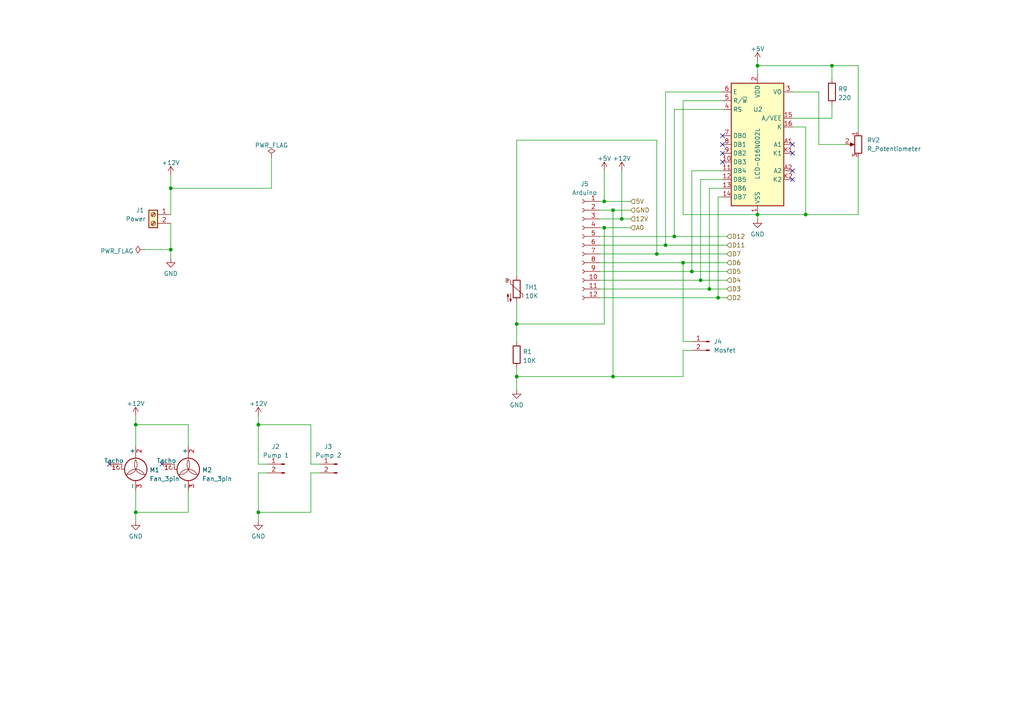
<source format=kicad_sch>
(kicad_sch (version 20250114) (generator "eeschema") (generator_version "9.0")
  (paper "A4")
  (title_block (title "Atmospheric Water Generator") (date "2022-10-13") (rev "1"))
  (lib_symbols
    (symbol "Connector:Conn_01x02_Male" (pin_names (offset 1.016) (hide yes))
      (property "Reference" "J" (at 0 2.54 0))
      (property "Value" "Conn_01x02_Male" (at 0 -5.08 0))
      (symbol "Conn_01x02_Male_1_1"
        (rectangle (start 0.8636 0.127) (end 0 -0.127) (stroke (width 0.1524)) (fill (type outline)))
        (rectangle (start 0.8636 -2.413) (end 0 -2.667) (stroke (width 0.1524)) (fill (type outline)))
        (polyline (pts (xy 1.27 0) (xy 0.8636 0)) (stroke (width 0.1524)))
        (polyline (pts (xy 1.27 -2.54) (xy 0.8636 -2.54)) (stroke (width 0.1524)))
        (pin passive line (at 5.08 0 180) (length 3.81) (name "Pin_1") (number "1"))
        (pin passive line (at 5.08 -2.54 180) (length 3.81) (name "Pin_2") (number "2"))
      )
    )
    (symbol "Connector:Conn_01x12_Female" (pin_names (offset 1.016) (hide yes))
      (property "Reference" "J" (at 0 15.24 0))
      (property "Value" "Conn_01x12_Female" (at 0 -17.78 0))
      (symbol "Conn_01x12_Female_1_1"
        (polyline (pts (xy -1.27 12.7) (xy -0.508 12.7)) (stroke (width 0.1524)))
        (polyline (pts (xy -1.27 10.16) (xy -0.508 10.16)) (stroke (width 0.1524)))
        (polyline (pts (xy -1.27 7.62) (xy -0.508 7.62)) (stroke (width 0.1524)))
        (polyline (pts (xy -1.27 5.08) (xy -0.508 5.08)) (stroke (width 0.1524)))
        (polyline (pts (xy -1.27 2.54) (xy -0.508 2.54)) (stroke (width 0.1524)))
        (polyline (pts (xy -1.27 0) (xy -0.508 0)) (stroke (width 0.1524)))
        (polyline (pts (xy -1.27 -2.54) (xy -0.508 -2.54)) (stroke (width 0.1524)))
        (polyline (pts (xy -1.27 -5.08) (xy -0.508 -5.08)) (stroke (width 0.1524)))
        (polyline (pts (xy -1.27 -7.62) (xy -0.508 -7.62)) (stroke (width 0.1524)))
        (polyline (pts (xy -1.27 -10.16) (xy -0.508 -10.16)) (stroke (width 0.1524)))
        (polyline (pts (xy -1.27 -12.7) (xy -0.508 -12.7)) (stroke (width 0.1524)))
        (polyline (pts (xy -1.27 -15.24) (xy -0.508 -15.24)) (stroke (width 0.1524)))
        (arc (start 0 12.192) (mid -0.5058 12.7) (end 0 13.208) (stroke (width 0.1524)))
        (arc (start 0 9.652) (mid -0.5058 10.16) (end 0 10.668) (stroke (width 0.1524)))
        (arc (start 0 7.112) (mid -0.5058 7.62) (end 0 8.128) (stroke (width 0.1524)))
        (arc (start 0 4.572) (mid -0.5058 5.08) (end 0 5.588) (stroke (width 0.1524)))
        (arc (start 0 2.032) (mid -0.5058 2.54) (end 0 3.048) (stroke (width 0.1524)))
        (arc (start 0 -0.508) (mid -0.5058 0) (end 0 0.508) (stroke (width 0.1524)))
        (arc (start 0 -3.048) (mid -0.5058 -2.54) (end 0 -2.032) (stroke (width 0.1524)))
        (arc (start 0 -5.588) (mid -0.5058 -5.08) (end 0 -4.572) (stroke (width 0.1524)))
        (arc (start 0 -8.128) (mid -0.5058 -7.62) (end 0 -7.112) (stroke (width 0.1524)))
        (arc (start 0 -10.668) (mid -0.5058 -10.16) (end 0 -9.652) (stroke (width 0.1524)))
        (arc (start 0 -13.208) (mid -0.5058 -12.7) (end 0 -12.192) (stroke (width 0.1524)))
        (arc (start 0 -15.748) (mid -0.5058 -15.24) (end 0 -14.732) (stroke (width 0.1524)))
        (pin passive line (at -5.08 12.7 0) (length 3.81) (name "Pin_1") (number "1"))
        (pin passive line (at -5.08 10.16 0) (length 3.81) (name "Pin_2") (number "2"))
        (pin passive line (at -5.08 7.62 0) (length 3.81) (name "Pin_3") (number "3"))
        (pin passive line (at -5.08 5.08 0) (length 3.81) (name "Pin_4") (number "4"))
        (pin passive line (at -5.08 2.54 0) (length 3.81) (name "Pin_5") (number "5"))
        (pin passive line (at -5.08 0 0) (length 3.81) (name "Pin_6") (number "6"))
        (pin passive line (at -5.08 -2.54 0) (length 3.81) (name "Pin_7") (number "7"))
        (pin passive line (at -5.08 -5.08 0) (length 3.81) (name "Pin_8") (number "8"))
        (pin passive line (at -5.08 -7.62 0) (length 3.81) (name "Pin_9") (number "9"))
        (pin passive line (at -5.08 -10.16 0) (length 3.81) (name "Pin_10") (number "10"))
        (pin passive line (at -5.08 -12.7 0) (length 3.81) (name "Pin_11") (number "11"))
        (pin passive line (at -5.08 -15.24 0) (length 3.81) (name "Pin_12") (number "12"))
      )
    )
    (symbol "Connector:Screw_Terminal_01x02" (pin_names (offset 1.016) (hide yes))
      (property "Reference" "J" (at 0 2.54 0))
      (property "Value" "Screw_Terminal_01x02" (at 0 -5.08 0))
      (symbol "Screw_Terminal_01x02_1_1"
        (rectangle (start -1.27 1.27) (end 1.27 -3.81) (stroke (width 0.254)) (fill (type background)))
        (polyline (pts (xy -0.5334 0.3302) (xy 0.3302 -0.508)) (stroke (width 0.1524)))
        (polyline (pts (xy -0.5334 -2.2098) (xy 0.3302 -3.048)) (stroke (width 0.1524)))
        (polyline (pts (xy -0.3556 0.508) (xy 0.508 -0.3302)) (stroke (width 0.1524)))
        (polyline (pts (xy -0.3556 -2.032) (xy 0.508 -2.8702)) (stroke (width 0.1524)))
        (circle (center 0 0) (radius 0.635) (stroke (width 0.1524)))
        (circle (center 0 -2.54) (radius 0.635) (stroke (width 0.1524)))
        (pin passive line (at -5.08 0 0) (length 3.81) (name "Pin_1") (number "1"))
        (pin passive line (at -5.08 -2.54 0) (length 3.81) (name "Pin_2") (number "2"))
      )
    )
    (symbol "Device:R" (pin_numbers (hide yes)) (pin_names (offset 0))
      (property "Reference" "R" (at 2.032 0 90))
      (property "Value" "R" (at 0 0 90))
      (symbol "R_0_1"
        (rectangle (start -1.016 -2.54) (end 1.016 2.54) (stroke (width 0.254)))
      )
      (symbol "R_1_1"
        (pin passive line (at 0 3.81 270) (length 1.27) (name "~") (number "1"))
        (pin passive line (at 0 -3.81 90) (length 1.27) (name "~") (number "2"))
      )
    )
    (symbol "Device:R_Potentiometer" (pin_names (offset 1.016) (hide yes))
      (property "Reference" "RV" (at -4.445 0 90))
      (property "Value" "R_Potentiometer" (at -2.54 0 90))
      (symbol "R_Potentiometer_0_1"
        (rectangle (start 1.016 2.54) (end -1.016 -2.54) (stroke (width 0.254)))
        (polyline (pts (xy 1.143 0) (xy 2.286 0.508) (xy 2.286 -0.508) (xy 1.143 0)) (fill (type outline)))
        (polyline (pts (xy 2.54 0) (xy 1.524 0)))
      )
      (symbol "R_Potentiometer_1_1"
        (pin passive line (at 0 3.81 270) (length 1.27) (name "1") (number "1"))
        (pin passive line (at 0 -3.81 90) (length 1.27) (name "3") (number "3"))
        (pin passive line (at 3.81 0 180) (length 1.27) (name "2") (number "2"))
      )
    )
    (symbol "Device:Thermistor_NTC" (pin_numbers (hide yes)) (pin_names (offset 0))
      (property "Reference" "TH" (at -4.445 0 90))
      (property "Value" "Thermistor_NTC" (at 3.175 0 90))
      (symbol "Thermistor_NTC_0_1"
        (arc (start -3.175 2.413) (mid -3.0506 2.3165) (end -3.048 2.159))
        (arc (start -3.048 2.794) (mid -2.9736 2.9736) (end -2.794 3.048))
        (arc (start -2.794 3.048) (mid -2.6144 2.9736) (end -2.54 2.794))
        (arc (start -2.794 2.54) (mid -2.9736 2.6144) (end -3.048 2.794))
        (arc (start -2.794 1.905) (mid -2.9736 1.9794) (end -3.048 2.159))
        (arc (start -2.54 2.159) (mid -2.6144 1.9794) (end -2.794 1.905))
        (arc (start -2.159 2.794) (mid -2.434 2.5608) (end -2.794 2.54))
        (polyline (pts (xy -2.54 2.159) (xy -2.54 2.794)))
        (polyline (pts (xy -2.54 -3.683) (xy -2.54 -1.397) (xy -2.794 -2.159) (xy -2.286 -2.159) (xy -2.54 -1.397) (xy -2.54 -1.651)) (fill (type outline)))
        (polyline (pts (xy -1.778 2.54) (xy -1.778 1.524) (xy 1.778 -1.524) (xy 1.778 -2.54)))
        (polyline (pts (xy -1.778 -1.397) (xy -1.778 -3.683) (xy -2.032 -2.921) (xy -1.524 -2.921) (xy -1.778 -3.683) (xy -1.778 -3.429)) (fill (type outline)))
        (rectangle (start -1.016 2.54) (end 1.016 -2.54) (stroke (width 0.254)))
      )
      (symbol "Thermistor_NTC_1_1"
        (pin passive line (at 0 3.81 270) (length 1.27) (name "~") (number "1"))
        (pin passive line (at 0 -3.81 90) (length 1.27) (name "~") (number "2"))
      )
    )
    (symbol "Display_Character:LCD-016N002L"
      (property "Reference" "U" (at -6.35 18.796 0))
      (property "Value" "LCD-016N002L" (at 8.636 18.796 0))
      (symbol "LCD-016N002L_1_1"
        (rectangle (start -7.62 17.78) (end 7.62 -17.78) (stroke (width 0.254)) (fill (type background)))
        (pin input line (at -10.16 15.24 0) (length 2.54) (name "E") (number "6"))
        (pin input line (at -10.16 12.7 0) (length 2.54) (name "R/~{W}") (number "5"))
        (pin input line (at -10.16 10.16 0) (length 2.54) (name "RS") (number "4"))
        (pin bidirectional line (at -10.16 2.54 0) (length 2.54) (name "DB0") (number "7"))
        (pin bidirectional line (at -10.16 0 0) (length 2.54) (name "DB1") (number "8"))
        (pin bidirectional line (at -10.16 -2.54 0) (length 2.54) (name "DB2") (number "9"))
        (pin bidirectional line (at -10.16 -5.08 0) (length 2.54) (name "DB3") (number "10"))
        (pin bidirectional line (at -10.16 -7.62 0) (length 2.54) (name "DB4") (number "11"))
        (pin bidirectional line (at -10.16 -10.16 0) (length 2.54) (name "DB5") (number "12"))
        (pin bidirectional line (at -10.16 -12.7 0) (length 2.54) (name "DB6") (number "13"))
        (pin bidirectional line (at -10.16 -15.24 0) (length 2.54) (name "DB7") (number "14"))
        (pin power_in line (at 0 20.32 270) (length 2.54) (name "VDD") (number "2"))
        (pin power_in line (at 0 -20.32 90) (length 2.54) (name "VSS") (number "1"))
        (pin input line (at 10.16 15.24 180) (length 2.54) (name "VO") (number "3"))
        (pin power_in line (at 10.16 7.62 180) (length 2.54) (name "A/VEE") (number "15"))
        (pin power_in line (at 10.16 5.08 180) (length 2.54) (name "K") (number "16"))
        (pin power_in line (at 10.16 0 180) (length 2.54) (name "A1") (number "A1"))
        (pin power_in line (at 10.16 -2.54 180) (length 2.54) (name "K1") (number "K1"))
        (pin power_in line (at 10.16 -7.62 180) (length 2.54) (name "A2") (number "A2"))
        (pin power_in line (at 10.16 -10.16 180) (length 2.54) (name "K2") (number "K2"))
      )
    )
    (symbol "Motor:Fan_3pin" (pin_names (offset 0))
      (property "Reference" "M" (at 2.54 2.54 0))
      (property "Value" "Fan_3pin" (at 2.54 -5.08 0))
      (symbol "Fan_3pin_0_0"
        (polyline (pts (xy -5.08 -0.508) (xy -5.334 -0.381)))
        (polyline (pts (xy -5.08 -0.508) (xy -5.207 -0.762)))
        (arc (start -4.572 -1.016) (mid -5.08 -1.5217) (end -5.588 -1.016))
        (arc (start -5.588 -1.016) (mid -5.4392 -0.6568) (end -5.08 -0.508))
        (polyline (pts (xy -4.064 0) (xy -4.064 -1.524) (xy -3.302 -1.524)))
      )
      (symbol "Fan_3pin_0_1"
        (polyline (pts (xy -4.064 0) (xy -5.08 0)))
        (arc (start 0 1.27) (mid -0.0015 -1.6352) (end -2.54 -3.048))
        (polyline (pts (xy 0 2.032) (xy 0 2.54)))
        (polyline (pts (xy 0 1.7272) (xy 0 2.0828)))
        (circle (center 0 -1.524) (radius 3.2512) (stroke (width 0.254)))
        (arc (start -2.54 -3.048) (mid 0 -1.4782) (end 2.54 -3.048))
        (polyline (pts (xy 0 -4.7752) (xy 0 -5.1816)))
        (polyline (pts (xy 0 -7.62) (xy 0 -7.112)))
        (arc (start 2.54 -3.048) (mid 0.047 -1.6085) (end 0 1.27))
      )
      (symbol "Fan_3pin_1_1"
        (pin passive line (at -7.62 0 0) (length 2.54) (name "Tacho") (number "1"))
        (pin passive line (at 0 5.08 270) (length 2.54) (name "+") (number "2"))
        (pin passive line (at 0 -7.62 90) (length 2.54) (name "-") (number "3"))
      )
    )
    (symbol "power:+12V" (power) (pin_names (offset 0))
      (property "Value" "+12V" (at 0 3.556 0))
      (symbol "+12V_0_1"
        (polyline (pts (xy -0.762 1.27) (xy 0 2.54)))
        (polyline (pts (xy 0 2.54) (xy 0.762 1.27)))
        (polyline (pts (xy 0 0) (xy 0 2.54)))
      )
      (symbol "+12V_1_1"
        (pin power_in line (at 0 0 90) (length 0) (hide yes) (name "+12V") (number "1"))
      )
    )
    (symbol "power:+5V" (power) (pin_names (offset 0))
      (property "Value" "+5V" (at 0 3.556 0))
      (symbol "+5V_0_1"
        (polyline (pts (xy -0.762 1.27) (xy 0 2.54)))
        (polyline (pts (xy 0 2.54) (xy 0.762 1.27)))
        (polyline (pts (xy 0 0) (xy 0 2.54)))
      )
      (symbol "+5V_1_1"
        (pin power_in line (at 0 0 90) (length 0) (hide yes) (name "+5V") (number "1"))
      )
    )
    (symbol "power:GND" (power) (pin_names (offset 0))
      (property "Value" "GND" (at 0 -3.81 0))
      (symbol "GND_0_1"
        (polyline (pts (xy 0 0) (xy 0 -1.27) (xy 1.27 -1.27) (xy 0 -2.54) (xy -1.27 -1.27) (xy 0 -1.27)))
      )
      (symbol "GND_1_1"
        (pin power_in line (at 0 0 270) (length 0) (hide yes) (name "GND") (number "1"))
      )
    )
    (symbol "power:PWR_FLAG" (power) (pin_numbers (hide yes)) (pin_names (offset 0) (hide yes))
      (property "Value" "PWR_FLAG" (at 0 3.81 0))
      (symbol "PWR_FLAG_0_0"
        (pin power_out line (at 0 0 90) (length 0) (name "pwr") (number "1"))
      )
      (symbol "PWR_FLAG_0_1"
        (polyline (pts (xy 0 0) (xy 0 1.27) (xy -1.016 1.905) (xy 0 2.54) (xy 1.016 1.905) (xy 0 1.27)))
      )
    )
  )
  (junction (at 180.34 63.5))
  (junction (at 175.26 66.04))
  (junction (at 190.5 73.66))
  (junction (at 193.04 71.12))
  (junction (at 49.53 72.39))
  (junction (at 200.66 78.74))
  (junction (at 177.8 60.96))
  (junction (at 149.86 93.98))
  (junction (at 203.2 81.28))
  (junction (at 195.58 68.58))
  (junction (at 205.74 83.82))
  (junction (at 39.37 123.19))
  (junction (at 208.28 86.36))
  (junction (at 198.12 76.2))
  (junction (at 39.37 148.59))
  (junction (at 74.93 148.59))
  (junction (at 74.93 123.19))
  (junction (at 219.71 62.23))
  (junction (at 149.86 109.22))
  (junction (at 49.53 54.61))
  (junction (at 219.71 19.05))
  (junction (at 233.68 62.23))
  (junction (at 175.26 58.42))
  (junction (at 241.3 19.05))
  (junction (at 177.8 109.22))
  (no_connect (at 229.87 49.53))
  (no_connect (at 229.87 52.07))
  (no_connect (at 229.87 41.91))
  (no_connect (at 229.87 44.45))
  (no_connect (at 209.55 39.37))
  (no_connect (at 209.55 41.91))
  (no_connect (at 209.55 44.45))
  (no_connect (at 209.55 46.99))
  (no_connect (at 31.75 134.62))
  (no_connect (at 46.99 134.62))
  (wire (pts (xy 149.86 109.22) (xy 149.86 113.03)))
  (wire (pts (xy 39.37 123.19) (xy 39.37 129.54)))
  (wire (pts (xy 219.71 62.23) (xy 233.68 62.23)))
  (wire (pts (xy 173.99 71.12) (xy 193.04 71.12)))
  (wire (pts (xy 237.49 41.91) (xy 245.11 41.91)))
  (wire (pts (xy 54.61 129.54) (xy 54.61 123.19)))
  (wire (pts (xy 173.99 58.42) (xy 175.26 58.42)))
  (wire (pts (xy 248.92 38.1) (xy 248.92 19.05)))
  (wire (pts (xy 200.66 78.74) (xy 210.82 78.74)))
  (wire (pts (xy 39.37 148.59) (xy 39.37 151.13)))
  (wire (pts (xy 74.93 148.59) (xy 74.93 137.16)))
  (wire (pts (xy 49.53 54.61) (xy 78.74 54.61)))
  (wire (pts (xy 241.3 22.86) (xy 241.3 19.05)))
  (wire (pts (xy 198.12 76.2) (xy 198.12 99.06)))
  (wire (pts (xy 200.66 49.53) (xy 209.55 49.53)))
  (wire (pts (xy 41.91 72.39) (xy 49.53 72.39)))
  (wire (pts (xy 177.8 60.96) (xy 177.8 109.22)))
  (wire (pts (xy 193.04 26.67) (xy 193.04 71.12)))
  (wire (pts (xy 208.28 57.15) (xy 208.28 86.36)))
  (wire (pts (xy 74.93 148.59) (xy 74.93 151.13)))
  (wire (pts (xy 149.86 106.68) (xy 149.86 109.22)))
  (wire (pts (xy 209.55 29.21) (xy 198.12 29.21)))
  (wire (pts (xy 219.71 19.05) (xy 219.71 21.59)))
  (wire (pts (xy 74.93 148.59) (xy 90.17 148.59)))
  (wire (pts (xy 149.86 40.64) (xy 149.86 80.01)))
  (wire (pts (xy 74.93 123.19) (xy 74.93 134.62)))
  (wire (pts (xy 173.99 86.36) (xy 208.28 86.36)))
  (wire (pts (xy 49.53 64.77) (xy 49.53 72.39)))
  (wire (pts (xy 195.58 31.75) (xy 195.58 68.58)))
  (wire (pts (xy 237.49 26.67) (xy 237.49 41.91)))
  (wire (pts (xy 180.34 63.5) (xy 182.88 63.5)))
  (wire (pts (xy 190.5 40.64) (xy 149.86 40.64)))
  (wire (pts (xy 74.93 137.16) (xy 77.47 137.16)))
  (wire (pts (xy 74.93 120.65) (xy 74.93 123.19)))
  (wire (pts (xy 90.17 137.16) (xy 92.71 137.16)))
  (wire (pts (xy 173.99 60.96) (xy 177.8 60.96)))
  (wire (pts (xy 248.92 62.23) (xy 248.92 45.72)))
  (wire (pts (xy 229.87 36.83) (xy 233.68 36.83)))
  (wire (pts (xy 39.37 123.19) (xy 54.61 123.19)))
  (wire (pts (xy 173.99 63.5) (xy 180.34 63.5)))
  (wire (pts (xy 190.5 40.64) (xy 190.5 73.66)))
  (wire (pts (xy 90.17 134.62) (xy 92.71 134.62)))
  (wire (pts (xy 205.74 54.61) (xy 209.55 54.61)))
  (wire (pts (xy 219.71 17.78) (xy 219.71 19.05)))
  (wire (pts (xy 175.26 66.04) (xy 175.26 93.98)))
  (wire (pts (xy 74.93 134.62) (xy 77.47 134.62)))
  (wire (pts (xy 219.71 62.23) (xy 219.71 63.5)))
  (wire (pts (xy 173.99 66.04) (xy 175.26 66.04)))
  (wire (pts (xy 39.37 148.59) (xy 54.61 148.59)))
  (wire (pts (xy 193.04 71.12) (xy 210.82 71.12)))
  (wire (pts (xy 180.34 49.53) (xy 180.34 63.5)))
  (wire (pts (xy 233.68 36.83) (xy 233.68 62.23)))
  (wire (pts (xy 229.87 34.29) (xy 241.3 34.29)))
  (wire (pts (xy 241.3 34.29) (xy 241.3 30.48)))
  (wire (pts (xy 175.26 49.53) (xy 175.26 58.42)))
  (wire (pts (xy 190.5 73.66) (xy 210.82 73.66)))
  (wire (pts (xy 198.12 101.6) (xy 200.66 101.6)))
  (wire (pts (xy 205.74 54.61) (xy 205.74 83.82)))
  (wire (pts (xy 173.99 68.58) (xy 195.58 68.58)))
  (wire (pts (xy 198.12 62.23) (xy 219.71 62.23)))
  (wire (pts (xy 39.37 142.24) (xy 39.37 148.59)))
  (wire (pts (xy 203.2 52.07) (xy 209.55 52.07)))
  (wire (pts (xy 39.37 120.65) (xy 39.37 123.19)))
  (wire (pts (xy 149.86 93.98) (xy 149.86 99.06)))
  (wire (pts (xy 237.49 26.67) (xy 229.87 26.67)))
  (wire (pts (xy 233.68 62.23) (xy 248.92 62.23)))
  (wire (pts (xy 173.99 81.28) (xy 203.2 81.28)))
  (wire (pts (xy 195.58 68.58) (xy 210.82 68.58)))
  (wire (pts (xy 208.28 86.36) (xy 210.82 86.36)))
  (wire (pts (xy 74.93 123.19) (xy 90.17 123.19)))
  (wire (pts (xy 208.28 57.15) (xy 209.55 57.15)))
  (wire (pts (xy 78.74 45.72) (xy 78.74 54.61)))
  (wire (pts (xy 173.99 73.66) (xy 190.5 73.66)))
  (wire (pts (xy 54.61 148.59) (xy 54.61 142.24)))
  (wire (pts (xy 173.99 83.82) (xy 205.74 83.82)))
  (wire (pts (xy 175.26 58.42) (xy 182.88 58.42)))
  (wire (pts (xy 198.12 29.21) (xy 198.12 62.23)))
  (wire (pts (xy 198.12 101.6) (xy 198.12 109.22)))
  (wire (pts (xy 200.66 49.53) (xy 200.66 78.74)))
  (wire (pts (xy 149.86 93.98) (xy 175.26 93.98)))
  (wire (pts (xy 203.2 81.28) (xy 210.82 81.28)))
  (wire (pts (xy 173.99 76.2) (xy 198.12 76.2)))
  (wire (pts (xy 177.8 60.96) (xy 182.88 60.96)))
  (wire (pts (xy 200.66 99.06) (xy 198.12 99.06)))
  (wire (pts (xy 149.86 109.22) (xy 177.8 109.22)))
  (wire (pts (xy 49.53 72.39) (xy 49.53 74.93)))
  (wire (pts (xy 177.8 109.22) (xy 198.12 109.22)))
  (wire (pts (xy 49.53 54.61) (xy 49.53 62.23)))
  (wire (pts (xy 149.86 87.63) (xy 149.86 93.98)))
  (wire (pts (xy 203.2 52.07) (xy 203.2 81.28)))
  (wire (pts (xy 193.04 26.67) (xy 209.55 26.67)))
  (wire (pts (xy 248.92 19.05) (xy 241.3 19.05)))
  (wire (pts (xy 90.17 148.59) (xy 90.17 137.16)))
  (wire (pts (xy 195.58 31.75) (xy 209.55 31.75)))
  (wire (pts (xy 173.99 78.74) (xy 200.66 78.74)))
  (wire (pts (xy 198.12 76.2) (xy 210.82 76.2)))
  (wire (pts (xy 205.74 83.82) (xy 210.82 83.82)))
  (wire (pts (xy 90.17 123.19) (xy 90.17 134.62)))
  (wire (pts (xy 219.71 19.05) (xy 241.3 19.05)))
  (wire (pts (xy 49.53 50.8) (xy 49.53 54.61)))
  (wire (pts (xy 175.26 66.04) (xy 182.88 66.04)))
  (hierarchical_label "D3" (shape input) (at 210.82 83.82 0))
  (hierarchical_label "D2" (shape input) (at 210.82 86.36 0))
  (hierarchical_label "D5" (shape input) (at 210.82 78.74 0))
  (hierarchical_label "D12" (shape input) (at 210.82 68.58 0))
  (hierarchical_label "12V" (shape input) (at 182.88 63.5 0))
  (hierarchical_label "D6" (shape input) (at 210.82 76.2 0))
  (hierarchical_label "A0" (shape input) (at 182.88 66.04 0))
  (hierarchical_label "D4" (shape input) (at 210.82 81.28 0))
  (hierarchical_label "5V" (shape input) (at 182.88 58.42 0))
  (hierarchical_label "GND" (shape input) (at 182.88 60.96 0))
  (hierarchical_label "D7" (shape input) (at 210.82 73.66 0))
  (hierarchical_label "D11" (shape input) (at 210.82 71.12 0))
  (symbol (lib_id "power:GND") (at 74.93 151.13 0) (mirror y) (unit 1)
    (property "Reference" "#PWR08" (effects (hide yes)))
    (property "Value" "GND" (at 74.93 155.5734 0))
  )
  (symbol (lib_id "power:+12V") (at 74.93 120.65 0) (unit 1)
    (property "Reference" "#PWR07" (effects (hide yes)))
    (property "Value" "+12V" (at 74.93 117.0742 0))
  )
  (symbol (lib_id "Connector:Conn_01x02_Male") (at 97.79 134.62 0) (mirror y) (unit 1)
    (property "Reference" "J3" (at 93.98 129.54 0) (effects (justify right)))
    (property "Value" "Pump 2" (at 91.44 132.08 0) (effects (justify right)))
    (property "Footprint" "Connector_PinHeader_2.54mm:PinHeader_1x02_P2.54mm_Vertical" (effects (hide yes)))
  )
  (symbol (lib_id "Connector:Conn_01x02_Male") (at 205.74 99.06 0) (mirror y) (unit 1)
    (property "Reference" "J4" (at 207.01 99.0599 0) (effects (justify right)))
    (property "Value" "Mosfet" (at 207.01 101.5999 0) (effects (justify right)))
    (property "Footprint" "Connector_PinHeader_2.54mm:PinHeader_1x02_P2.54mm_Vertical" (effects (hide yes)))
  )
  (symbol (lib_id "power:+12V") (at 180.34 49.53 0) (unit 1)
    (property "Reference" "#PWR0106" (effects (hide yes)))
    (property "Value" "+12V" (at 180.34 45.9542 0))
  )
  (symbol (lib_id "Motor:Fan_3pin") (at 54.61 134.62 0) (unit 1)
    (property "Reference" "M2" (at 58.6232 136.3253 0) (effects (justify left)))
    (property "Value" "Fan_3pin" (at 58.6232 138.8622 0) (effects (justify left)))
    (property "Footprint" "Connector_Molex:Molex_KK-254_AE-6410-03A_1x03_P2.54mm_Vertical" (effects (hide yes)))
    (property "Datasheet" "http://www.hardwarecanucks.com/forum/attachments/new-builds/16287d1330775095-help-chassis-power-fan-connectors-motherboard-asus_p8z68.jpg" (effects (hide yes)))
  )
  (symbol (lib_id "power:GND") (at 219.71 63.5 0) (mirror y) (unit 1)
    (property "Reference" "#PWR0108" (effects (hide yes)))
    (property "Value" "GND" (at 219.71 67.9434 0))
  )
  (symbol (lib_id "power:+5V") (at 219.71 17.78 0) (unit 1)
    (property "Reference" "#PWR0109" (effects (hide yes)))
    (property "Value" "+5V" (at 219.71 14.2042 0))
  )
  (symbol (lib_id "power:PWR_FLAG") (at 78.74 45.72 0) (unit 1)
    (property "Reference" "#FLG02" (effects (hide yes)))
    (property "Value" "PWR_FLAG" (at 78.74 42.1442 0))
  )
  (symbol (lib_id "power:PWR_FLAG") (at 41.91 72.39 90) (unit 1)
    (property "Reference" "#FLG01" (effects (hide yes)))
    (property "Value" "PWR_FLAG" (at 38.7351 72.8238 90) (effects (justify left)))
  )
  (symbol (lib_id "Connector:Screw_Terminal_01x02") (at 44.45 62.23 0) (mirror y) (unit 1)
    (property "Reference" "J1" (at 40.64 60.96 0))
    (property "Value" "Power" (at 39.37 63.5 0))
    (property "Footprint" "TerminalBlock:TerminalBlock_bornier-2_P5.08mm" (effects (hide yes)))
  )
  (symbol (lib_id "Connector:Conn_01x02_Male") (at 82.55 134.62 0) (mirror y) (unit 1)
    (property "Reference" "J2" (at 78.74 129.54 0) (effects (justify right)))
    (property "Value" "Pump 1" (at 76.2 132.08 0) (effects (justify right)))
    (property "Footprint" "Connector_PinHeader_2.54mm:PinHeader_1x02_P2.54mm_Vertical" (effects (hide yes)))
  )
  (symbol (lib_id "power:+12V") (at 49.53 50.8 0) (unit 1)
    (property "Reference" "#PWR0102" (effects (hide yes)))
    (property "Value" "+12V" (at 49.53 47.2242 0))
  )
  (symbol (lib_id "power:+5V") (at 175.26 49.53 0) (unit 1)
    (property "Reference" "#PWR0107" (effects (hide yes)))
    (property "Value" "+5V" (at 175.26 45.9542 0))
  )
  (symbol (lib_id "power:+12V") (at 39.37 120.65 0) (unit 1)
    (property "Reference" "#PWR0101" (effects (hide yes)))
    (property "Value" "+12V" (at 39.37 117.0742 0))
  )
  (symbol (lib_id "Device:Thermistor_NTC") (at 149.86 83.82 0) (unit 1)
    (property "Reference" "TH1" (at 152.273 83.3028 0) (effects (justify left)))
    (property "Value" "10K" (at 152.273 85.8397 0) (effects (justify left)))
    (property "Footprint" "Connector_PinHeader_2.54mm:PinHeader_1x02_P2.54mm_Vertical" (effects (hide yes)))
  )
  (symbol (lib_id "Connector:Conn_01x12_Female") (at 168.91 71.12 0) (mirror y) (unit 1)
    (property "Reference" "J5" (at 169.545 53.34 0))
    (property "Value" "Arduino" (at 169.545 55.88 0))
    (property "Footprint" "Connector_PinSocket_2.54mm:PinSocket_1x12_P2.54mm_Vertical" (effects (hide yes)))
  )
  (symbol (lib_id "power:GND") (at 149.86 113.03 0) (mirror y) (unit 1)
    (property "Reference" "#PWR0103" (effects (hide yes)))
    (property "Value" "GND" (at 149.86 117.4734 0))
  )
  (symbol (lib_id "Device:R") (at 241.3 26.67 0) (unit 1)
    (property "Reference" "R9" (at 243.078 25.8353 0) (effects (justify left)))
    (property "Value" "220" (at 243.078 28.3722 0) (effects (justify left)))
    (property "Footprint" "Resistor_THT:R_Axial_DIN0207_L6.3mm_D2.5mm_P7.62mm_Horizontal" (effects (hide yes)))
  )
  (symbol (lib_id "Device:R") (at 149.86 102.87 0) (unit 1)
    (property "Reference" "R1" (at 151.638 102.0353 0) (effects (justify left)))
    (property "Value" "10K" (at 151.638 104.5722 0) (effects (justify left)))
    (property "Footprint" "Resistor_THT:R_Axial_DIN0207_L6.3mm_D2.5mm_P7.62mm_Horizontal" (effects (hide yes)))
  )
  (symbol (lib_id "power:GND") (at 49.53 74.93 0) (mirror y) (unit 1)
    (property "Reference" "#PWR01" (effects (hide yes)))
    (property "Value" "GND" (at 49.53 79.3734 0))
  )
  (symbol (lib_id "Motor:Fan_3pin") (at 39.37 134.62 0) (unit 1)
    (property "Reference" "M1" (at 43.3832 136.3253 0) (effects (justify left)))
    (property "Value" "Fan_3pin" (at 43.3832 138.8622 0) (effects (justify left)))
    (property "Footprint" "Connector_Molex:Molex_KK-254_AE-6410-03A_1x03_P2.54mm_Vertical" (effects (hide yes)))
    (property "Datasheet" "http://www.hardwarecanucks.com/forum/attachments/new-builds/16287d1330775095-help-chassis-power-fan-connectors-motherboard-asus_p8z68.jpg" (effects (hide yes)))
  )
  (symbol (lib_id "Device:R_Potentiometer") (at 248.92 41.91 0) (mirror y) (unit 1)
    (property "Reference" "RV2" (at 251.46 40.6399 0) (effects (justify right)))
    (property "Value" "R_Potentiometer" (at 251.46 43.1799 0) (effects (justify right)))
    (property "Footprint" "Potentiometer_THT:Potentiometer_Piher_PT-10-V10_Vertical" (effects (hide yes)))
  )
  (symbol (lib_id "Display_Character:LCD-016N002L") (at 219.71 41.91 0) (unit 1)
    (property "Reference" "U2" (at 218.44 31.75 0) (effects (justify left)))
    (property "Value" "LCD-016N002L" (at 219.71 52.07 90) (effects (justify left)))
    (property "Footprint" "Display:LCD-016N002L" (effects (hide yes)))
    (property "Datasheet" "http://www.vishay.com/docs/37299/37299.pdf" (effects (hide yes)))
  )
  (symbol (lib_id "power:GND") (at 39.37 151.13 0) (mirror y) (unit 1)
    (property "Reference" "#PWR05" (effects (hide yes)))
    (property "Value" "GND" (at 39.37 155.5734 0))
  )
)
</source>
